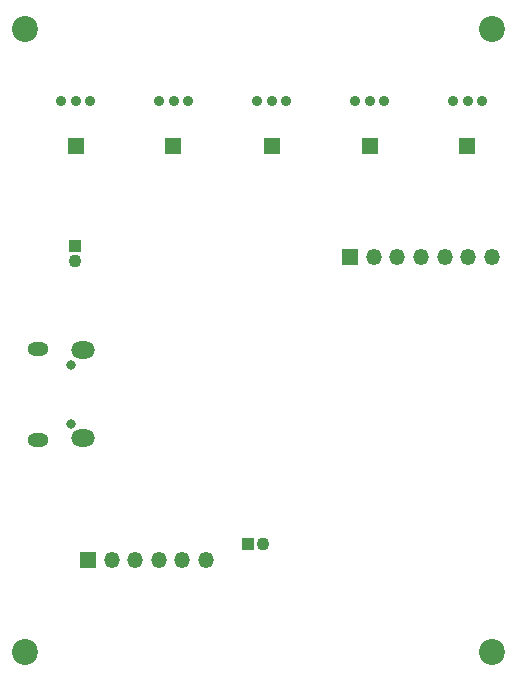
<source format=gbr>
%TF.GenerationSoftware,KiCad,Pcbnew,9.0.0*%
%TF.CreationDate,2026-01-14T19:26:19-05:00*%
%TF.ProjectId,telemetry-node,74656c65-6d65-4747-9279-2d6e6f64652e,rev?*%
%TF.SameCoordinates,Original*%
%TF.FileFunction,Soldermask,Bot*%
%TF.FilePolarity,Negative*%
%FSLAX46Y46*%
G04 Gerber Fmt 4.6, Leading zero omitted, Abs format (unit mm)*
G04 Created by KiCad (PCBNEW 9.0.0) date 2026-01-14 19:26:19*
%MOMM*%
%LPD*%
G01*
G04 APERTURE LIST*
%ADD10R,1.100000X1.100000*%
%ADD11C,1.100000*%
%ADD12C,0.900000*%
%ADD13R,1.350000X1.350000*%
%ADD14O,0.800000X0.800000*%
%ADD15O,1.800000X1.150000*%
%ADD16O,2.000000X1.450000*%
%ADD17C,2.200000*%
%ADD18O,1.350000X1.350000*%
G04 APERTURE END LIST*
D10*
%TO.C,J4*%
X204837500Y-81900000D03*
D11*
X206087500Y-81900000D03*
%TD*%
D12*
%TO.C,J9*%
X205600000Y-44400000D03*
X206850000Y-44400000D03*
X208100000Y-44400000D03*
%TD*%
%TO.C,J1*%
X189000000Y-44400000D03*
X190250000Y-44400000D03*
X191500000Y-44400000D03*
%TD*%
D13*
%TO.C,J15*%
X223400000Y-48200000D03*
%TD*%
D10*
%TO.C,J3*%
X190200000Y-56625000D03*
D11*
X190200000Y-57875000D03*
%TD*%
D14*
%TO.C,J11*%
X189850000Y-66700000D03*
X189850000Y-71700000D03*
D15*
X187100000Y-65325000D03*
D16*
X190900000Y-65475000D03*
X190900000Y-72925000D03*
D15*
X187100000Y-73075000D03*
%TD*%
D13*
%TO.C,J10*%
X206900000Y-48200000D03*
%TD*%
D12*
%TO.C,J14*%
X222200000Y-44400000D03*
X223450000Y-44400000D03*
X224700000Y-44400000D03*
%TD*%
D17*
%TO.C,H3*%
X225500000Y-91000000D03*
%TD*%
D13*
%TO.C,J8*%
X198500000Y-48200000D03*
%TD*%
D17*
%TO.C,H1*%
X186000000Y-38300000D03*
%TD*%
D13*
%TO.C,J2*%
X191300000Y-83200000D03*
D18*
X193300000Y-83200000D03*
X195300000Y-83200000D03*
X197300000Y-83200000D03*
X199300000Y-83200000D03*
X201300000Y-83200000D03*
%TD*%
D17*
%TO.C,H4*%
X186000000Y-91000000D03*
%TD*%
D13*
%TO.C,J13*%
X215200000Y-48200000D03*
%TD*%
D12*
%TO.C,J6*%
X197300000Y-44400000D03*
X198550000Y-44400000D03*
X199800000Y-44400000D03*
%TD*%
D17*
%TO.C,H2*%
X225500000Y-38300000D03*
%TD*%
D13*
%TO.C,J7*%
X213500000Y-57600000D03*
D18*
X215500000Y-57600000D03*
X217500000Y-57600000D03*
X219500000Y-57600000D03*
X221500000Y-57600000D03*
X223500000Y-57600000D03*
X225500000Y-57600000D03*
%TD*%
D13*
%TO.C,J5*%
X190250000Y-48200000D03*
%TD*%
D12*
%TO.C,J12*%
X213900000Y-44400000D03*
X215150000Y-44400000D03*
X216400000Y-44400000D03*
%TD*%
M02*

</source>
